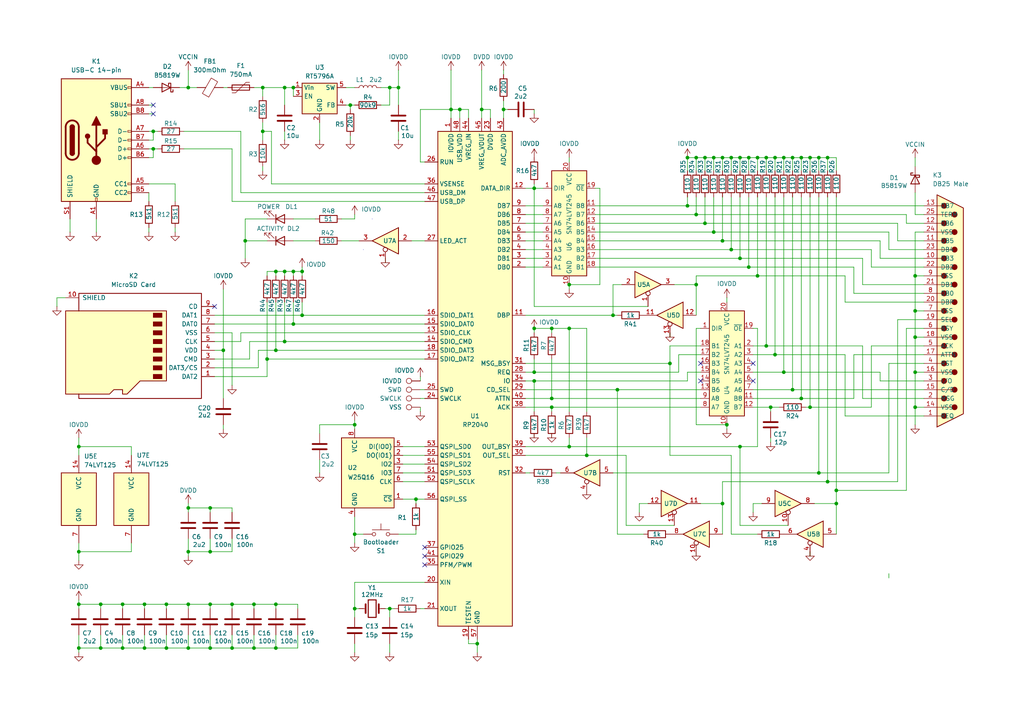
<source format=kicad_sch>
(kicad_sch (version 20231120) (generator "eeschema") (generator_version "8.0")
  (paper "A4")
  (title_block (title "SCSIknife Pocket OSHW") (date "2024-12-25") (rev "A") (company "©2024 Antoine Bercovici") (comment 1 "CERN Open Source Hardware Licence Version 2 - Strongly Reciprocal") (comment 2 "SCSIknife Pocket is a ZuluSCSI(TM) Pico OSHW derivative"))
  (junction (at 115.57 25.4))
  (junction (at 234.95 118.11))
  (junction (at 154.94 95.25))
  (junction (at 224.79 102.87))
  (junction (at 204.47 45.72))
  (junction (at 265.43 80.01))
  (junction (at 102.87 154.94))
  (junction (at 217.17 45.72))
  (junction (at 214.63 129.54))
  (junction (at 54.61 25.4))
  (junction (at 29.21 187.96))
  (junction (at 227.33 45.72))
  (junction (at 237.49 45.72))
  (junction (at 82.55 99.06))
  (junction (at 201.93 45.72))
  (junction (at 240.03 139.7))
  (junction (at 73.66 187.96))
  (junction (at 234.95 45.72))
  (junction (at 160.02 95.25))
  (junction (at 139.7 31.75))
  (junction (at 207.01 45.72))
  (junction (at 130.81 31.75))
  (junction (at 212.09 72.39))
  (junction (at 77.47 104.14))
  (junction (at 154.94 110.49))
  (junction (at 224.79 45.72))
  (junction (at 222.25 100.33))
  (junction (at 67.31 187.96))
  (junction (at 82.55 25.4))
  (junction (at 219.71 80.01))
  (junction (at 85.09 78.74))
  (junction (at 165.1 95.25))
  (junction (at 146.05 31.75))
  (junction (at 217.17 77.47))
  (junction (at 179.07 113.03))
  (junction (at 80.01 187.96))
  (junction (at 113.03 176.53))
  (junction (at 54.61 175.26))
  (junction (at 120.65 144.78))
  (junction (at 22.86 129.54))
  (junction (at 229.87 45.72))
  (junction (at 265.43 107.95))
  (junction (at 265.43 97.79))
  (junction (at 85.09 25.4))
  (junction (at 227.33 107.95))
  (junction (at 204.47 64.77))
  (junction (at 64.77 101.6))
  (junction (at 41.91 187.96))
  (junction (at 22.86 160.02))
  (junction (at 60.96 187.96))
  (junction (at 209.55 45.72))
  (junction (at 133.35 31.75))
  (junction (at 199.39 59.69))
  (junction (at 102.87 176.53))
  (junction (at 265.43 90.17))
  (junction (at 242.57 146.05))
  (junction (at 194.31 105.41))
  (junction (at 170.18 132.08))
  (junction (at 80.01 175.26))
  (junction (at 210.82 123.19))
  (junction (at 232.41 45.72))
  (junction (at 209.55 69.85))
  (junction (at 29.21 175.26))
  (junction (at 165.1 129.54))
  (junction (at 113.03 25.4))
  (junction (at 160.02 115.57))
  (junction (at 44.45 38.1))
  (junction (at 60.96 160.02))
  (junction (at 154.94 54.61))
  (junction (at 232.41 115.57))
  (junction (at 102.87 123.19))
  (junction (at 76.2 25.4))
  (junction (at 48.26 187.96))
  (junction (at 54.61 187.96))
  (junction (at 76.2 38.1))
  (junction (at 242.57 142.24))
  (junction (at 160.02 118.11))
  (junction (at 138.43 186.69))
  (junction (at 80.01 78.74))
  (junction (at 41.91 175.26))
  (junction (at 219.71 45.72))
  (junction (at 222.25 45.72))
  (junction (at 223.52 118.11))
  (junction (at 73.66 175.26))
  (junction (at 212.09 45.72))
  (junction (at 67.31 175.26))
  (junction (at 82.55 78.74))
  (junction (at 199.39 45.72))
  (junction (at 214.63 45.72))
  (junction (at 207.01 67.31))
  (junction (at 177.8 91.44))
  (junction (at 22.86 187.96))
  (junction (at 60.96 175.26))
  (junction (at 54.61 147.32))
  (junction (at 101.6 30.48))
  (junction (at 214.63 74.93))
  (junction (at 154.94 107.95))
  (junction (at 48.26 175.26))
  (junction (at 35.56 187.96))
  (junction (at 71.12 69.85))
  (junction (at 22.86 175.26))
  (junction (at 60.96 147.32))
  (junction (at 165.1 82.55))
  (junction (at 201.93 62.23))
  (junction (at 237.49 137.16))
  (junction (at 240.03 45.72))
  (junction (at 80.01 101.6))
  (junction (at 209.55 146.05))
  (junction (at 201.93 82.55))
  (junction (at 44.45 43.18))
  (junction (at 85.09 93.98))
  (junction (at 229.87 113.03))
  (junction (at 35.56 175.26))
  (junction (at 265.43 118.11))
  (junction (at 54.61 160.02))
  (junction (at 87.63 91.44))
  (junction (at 87.63 78.74))
  (no_connect (at 203.2 105.41))
  (no_connect (at 203.2 110.49))
  (no_connect (at 123.19 161.29))
  (no_connect (at 62.23 88.9))
  (no_connect (at 218.44 110.49))
  (no_connect (at 218.44 105.41))
  (no_connect (at 123.19 158.75))
  (no_connect (at 44.45 33.02))
  (no_connect (at 44.45 30.48))
  (no_connect (at 123.19 163.83))
  (wire (pts (xy 267.97 115.57) (xy 250.19 115.57)))
  (wire (pts (xy 265.43 80.01) (xy 267.97 80.01)))
  (wire (pts (xy 62.23 96.52) (xy 67.31 96.52)))
  (wire (pts (xy 194.31 100.33) (xy 203.2 100.33)))
  (wire (pts (xy 22.86 175.26) (xy 29.21 175.26)))
  (wire (pts (xy 22.86 129.54) (xy 22.86 132.08)))
  (wire (pts (xy 67.31 147.32) (xy 67.31 148.59)))
  (wire (pts (xy 22.86 184.15) (xy 22.86 187.96)))
  (wire (pts (xy 242.57 45.72) (xy 242.57 49.53)))
  (wire (pts (xy 152.4 74.93) (xy 157.48 74.93)))
  (wire (pts (xy 265.43 107.95) (xy 267.97 107.95)))
  (wire (pts (xy 29.21 175.26) (xy 35.56 175.26)))
  (wire (pts (xy 234.95 118.11) (xy 252.73 118.11)))
  (wire (pts (xy 80.01 87.63) (xy 80.01 101.6)))
  (wire (pts (xy 43.18 25.4) (xy 44.45 25.4)))
  (wire (pts (xy 43.18 43.18) (xy 44.45 43.18)))
  (wire (pts (xy 100.33 25.4) (xy 102.87 25.4)))
  (wire (pts (xy 82.55 38.1) (xy 82.55 40.64)))
  (wire (pts (xy 60.96 175.26) (xy 60.96 176.53)))
  (wire (pts (xy 152.4 64.77) (xy 157.48 64.77)))
  (wire (pts (xy 152.4 54.61) (xy 154.94 54.61)))
  (wire (pts (xy 172.72 67.31) (xy 207.01 67.31)))
  (wire (pts (xy 116.84 137.16) (xy 123.19 137.16)))
  (wire (pts (xy 146.05 31.75) (xy 147.32 31.75)))
  (wire (pts (xy 267.97 105.41) (xy 257.81 105.41)))
  (wire (pts (xy 245.11 87.63) (xy 267.97 87.63)))
  (wire (pts (xy 201.93 80.01) (xy 219.71 80.01)))
  (wire (pts (xy 121.92 118.11) (xy 121.92 119.38)))
  (wire (pts (xy 265.43 55.88) (xy 265.43 62.23)))
  (wire (pts (xy 50.8 66.04) (xy 50.8 67.31)))
  (wire (pts (xy 173.99 54.61) (xy 173.99 82.55)))
  (wire (pts (xy 154.94 31.75) (xy 154.94 33.02)))
  (wire (pts (xy 116.84 132.08) (xy 123.19 132.08)))
  (wire (pts (xy 152.4 67.31) (xy 157.48 67.31)))
  (wire (pts (xy 64.77 123.19) (xy 64.77 124.46)))
  (wire (pts (xy 100.33 30.48) (xy 101.6 30.48)))
  (wire (pts (xy 67.31 184.15) (xy 67.31 187.96)))
  (wire (pts (xy 210.82 86.36) (xy 210.82 87.63)))
  (wire (pts (xy 160.02 95.25) (xy 165.1 95.25)))
  (wire (pts (xy 209.55 69.85) (xy 255.27 69.85)))
  (wire (pts (xy 199.39 107.95) (xy 203.2 107.95)))
  (wire (pts (xy 227.33 57.15) (xy 227.33 107.95)))
  (wire (pts (xy 102.87 176.53) (xy 102.87 179.07)))
  (wire (pts (xy 43.18 45.72) (xy 44.45 45.72)))
  (wire (pts (xy 214.63 45.72) (xy 217.17 45.72)))
  (wire (pts (xy 265.43 97.79) (xy 267.97 97.79)))
  (wire (pts (xy 218.44 102.87) (xy 224.79 102.87)))
  (wire (pts (xy 102.87 168.91) (xy 102.87 176.53)))
  (wire (pts (xy 138.43 185.42) (xy 138.43 186.69)))
  (wire (pts (xy 69.85 38.1) (xy 69.85 55.88)))
  (wire (pts (xy 170.18 119.38) (xy 170.18 95.25)))
  (wire (pts (xy 54.61 146.05) (xy 54.61 147.32)))
  (wire (pts (xy 120.65 144.78) (xy 123.19 144.78)))
  (wire (pts (xy 212.09 45.72) (xy 214.63 45.72)))
  (wire (pts (xy 201.93 57.15) (xy 201.93 62.23)))
  (wire (pts (xy 121.92 113.03) (xy 123.19 113.03)))
  (wire (pts (xy 218.44 95.25) (xy 219.71 95.25)))
  (wire (pts (xy 214.63 45.72) (xy 214.63 49.53)))
  (wire (pts (xy 265.43 62.23) (xy 267.97 62.23)))
  (wire (pts (xy 242.57 57.15) (xy 242.57 142.24)))
  (wire (pts (xy 152.4 137.16) (xy 153.67 137.16)))
  (wire (pts (xy 82.55 78.74) (xy 82.55 80.01)))
  (wire (pts (xy 257.81 67.31) (xy 257.81 72.39)))
  (wire (pts (xy 247.65 85.09) (xy 267.97 85.09)))
  (wire (pts (xy 85.09 87.63) (xy 85.09 93.98)))
  (wire (pts (xy 64.77 101.6) (xy 64.77 115.57)))
  (wire (pts (xy 229.87 113.03) (xy 267.97 113.03)))
  (wire (pts (xy 255.27 110.49) (xy 255.27 107.95)))
  (wire (pts (xy 199.39 59.69) (xy 267.97 59.69)))
  (wire (pts (xy 204.47 57.15) (xy 204.47 64.77)))
  (wire (pts (xy 217.17 45.72) (xy 219.71 45.72)))
  (wire (pts (xy 35.56 184.15) (xy 35.56 187.96)))
  (wire (pts (xy 38.1 132.08) (xy 38.1 129.54)))
  (wire (pts (xy 219.71 95.25) (xy 219.71 129.54)))
  (wire (pts (xy 154.94 104.14) (xy 154.94 107.95)))
  (wire (pts (xy 204.47 45.72) (xy 204.47 49.53)))
  (wire (pts (xy 121.92 109.22) (xy 121.92 110.49)))
  (wire (pts (xy 154.94 95.25) (xy 160.02 95.25)))
  (wire (pts (xy 119.38 69.85) (xy 123.19 69.85)))
  (wire (pts (xy 223.52 118.11) (xy 226.06 118.11)))
  (wire (pts (xy 116.84 129.54) (xy 123.19 129.54)))
  (wire (pts (xy 265.43 90.17) (xy 267.97 90.17)))
  (wire (pts (xy 181.61 152.4) (xy 181.61 132.08)))
  (wire (pts (xy 217.17 57.15) (xy 217.17 77.47)))
  (wire (pts (xy 22.86 175.26) (xy 22.86 176.53)))
  (wire (pts (xy 160.02 118.11) (xy 203.2 118.11)))
  (wire (pts (xy 203.2 146.05) (xy 209.55 146.05)))
  (wire (pts (xy 60.96 187.96) (xy 67.31 187.96)))
  (wire (pts (xy 22.86 160.02) (xy 22.86 162.56)))
  (wire (pts (xy 242.57 142.24) (xy 262.89 142.24)))
  (wire (pts (xy 199.39 57.15) (xy 199.39 59.69)))
  (wire (pts (xy 242.57 146.05) (xy 242.57 142.24)))
  (wire (pts (xy 121.92 46.99) (xy 123.19 46.99)))
  (wire (pts (xy 218.44 118.11) (xy 223.52 118.11)))
  (wire (pts (xy 80.01 175.26) (xy 86.36 175.26)))
  (wire (pts (xy 69.85 55.88) (xy 123.19 55.88)))
  (wire (pts (xy 172.72 54.61) (xy 173.99 54.61)))
  (wire (pts (xy 232.41 45.72) (xy 234.95 45.72)))
  (wire (pts (xy 67.31 175.26) (xy 67.31 176.53)))
  (wire (pts (xy 110.49 30.48) (xy 113.03 30.48)))
  (wire (pts (xy 77.47 78.74) (xy 80.01 78.74)))
  (wire (pts (xy 35.56 187.96) (xy 41.91 187.96)))
  (wire (pts (xy 247.65 77.47) (xy 247.65 85.09)))
  (wire (pts (xy 16.51 86.36) (xy 16.51 88.9)))
  (wire (pts (xy 207.01 45.72) (xy 209.55 45.72)))
  (wire (pts (xy 201.93 123.19) (xy 210.82 123.19)))
  (wire (pts (xy 152.4 113.03) (xy 179.07 113.03)))
  (wire (pts (xy 62.23 99.06) (xy 69.85 99.06)))
  (wire (pts (xy 209.55 139.7) (xy 209.55 146.05)))
  (wire (pts (xy 113.03 186.69) (xy 113.03 189.23)))
  (wire (pts (xy 54.61 175.26) (xy 54.61 176.53)))
  (wire (pts (xy 201.93 80.01) (xy 201.93 82.55)))
  (wire (pts (xy 210.82 124.46) (xy 210.82 123.19)))
  (wire (pts (xy 152.4 72.39) (xy 157.48 72.39)))
  (wire (pts (xy 72.39 99.06) (xy 72.39 104.14)))
  (wire (pts (xy 53.34 43.18) (xy 67.31 43.18)))
  (wire (pts (xy 41.91 175.26) (xy 48.26 175.26)))
  (wire (pts (xy 240.03 139.7) (xy 260.35 139.7)))
  (wire (pts (xy 64.77 83.82) (xy 64.77 101.6)))
  (wire (pts (xy 67.31 156.21) (xy 67.31 160.02)))
  (wire (pts (xy 85.09 78.74) (xy 87.63 78.74)))
  (wire (pts (xy 172.72 74.93) (xy 214.63 74.93)))
  (wire (pts (xy 219.71 45.72) (xy 219.71 49.53)))
  (wire (pts (xy 62.23 101.6) (xy 64.77 101.6)))
  (wire (pts (xy 252.73 72.39) (xy 252.73 77.47)))
  (wire (pts (xy 194.31 105.41) (xy 194.31 100.33)))
  (wire (pts (xy 67.31 58.42) (xy 123.19 58.42)))
  (wire (pts (xy 196.85 107.95) (xy 196.85 102.87)))
  (wire (pts (xy 54.61 175.26) (xy 60.96 175.26)))
  (wire (pts (xy 262.89 95.25) (xy 262.89 142.24)))
  (wire (pts (xy 152.4 105.41) (xy 194.31 105.41)))
  (wire (pts (xy 22.86 157.48) (xy 22.86 160.02)))
  (wire (pts (xy 203.2 95.25) (xy 201.93 95.25)))
  (wire (pts (xy 227.33 107.95) (xy 255.27 107.95)))
  (wire (pts (xy 227.33 45.72) (xy 229.87 45.72)))
  (wire (pts (xy 152.4 129.54) (xy 165.1 129.54)))
  (wire (pts (xy 85.09 93.98) (xy 123.19 93.98)))
  (wire (pts (xy 62.23 91.44) (xy 87.63 91.44)))
  (wire (pts (xy 22.86 160.02) (xy 38.1 160.02)))
  (wire (pts (xy 92.71 35.56) (xy 92.71 40.64)))
  (wire (pts (xy 85.09 69.85) (xy 91.44 69.85)))
  (wire (pts (xy 139.7 31.75) (xy 142.24 31.75)))
  (wire (pts (xy 212.09 132.08) (xy 194.31 132.08)))
  (wire (pts (xy 250.19 115.57) (xy 250.19 100.33)))
  (wire (pts (xy 133.35 31.75) (xy 135.89 31.75)))
  (wire (pts (xy 201.93 161.29) (xy 201.93 160.02)))
  (wire (pts (xy 224.79 57.15) (xy 224.79 102.87)))
  (wire (pts (xy 120.65 153.67) (xy 120.65 154.94)))
  (wire (pts (xy 123.19 96.52) (xy 69.85 96.52)))
  (wire (pts (xy 265.43 118.11) (xy 267.97 118.11)))
  (wire (pts (xy 265.43 90.17) (xy 265.43 97.79)))
  (wire (pts (xy 267.97 95.25) (xy 262.89 95.25)))
  (wire (pts (xy 121.92 31.75) (xy 121.92 46.99)))
  (wire (pts (xy 101.6 30.48) (xy 102.87 30.48)))
  (wire (pts (xy 154.94 95.25) (xy 154.94 96.52)))
  (wire (pts (xy 130.81 31.75) (xy 133.35 31.75)))
  (wire (pts (xy 185.42 146.05) (xy 185.42 148.59)))
  (wire (pts (xy 113.03 25.4) (xy 113.03 30.48)))
  (wire (pts (xy 80.01 78.74) (xy 80.01 80.01)))
  (wire (pts (xy 80.01 184.15) (xy 80.01 187.96)))
  (wire (pts (xy 234.95 45.72) (xy 237.49 45.72)))
  (wire (pts (xy 237.49 57.15) (xy 237.49 137.16)))
  (wire (pts (xy 179.07 113.03) (xy 179.07 154.94)))
  (wire (pts (xy 102.87 149.86) (xy 102.87 154.94)))
  (wire (pts (xy 92.71 133.35) (xy 92.71 137.16)))
  (wire (pts (xy 73.66 175.26) (xy 80.01 175.26)))
  (wire (pts (xy 165.1 45.72) (xy 165.1 46.99)))
  (wire (pts (xy 54.61 184.15) (xy 54.61 187.96)))
  (wire (pts (xy 80.01 187.96) (xy 86.36 187.96)))
  (wire (pts (xy 224.79 102.87) (xy 245.11 102.87)))
  (wire (pts (xy 222.25 100.33) (xy 250.19 100.33)))
  (wire (pts (xy 146.05 20.32) (xy 146.05 21.59)))
  (wire (pts (xy 177.8 82.55) (xy 177.8 91.44)))
  (wire (pts (xy 111.76 176.53) (xy 113.03 176.53)))
  (wire (pts (xy 86.36 184.15) (xy 86.36 187.96)))
  (wire (pts (xy 265.43 107.95) (xy 265.43 118.11)))
  (wire (pts (xy 78.74 38.1) (xy 76.2 38.1)))
  (wire (pts (xy 76.2 25.4) (xy 82.55 25.4)))
  (wire (pts (xy 115.57 154.94) (xy 120.65 154.94)))
  (wire (pts (xy 218.44 115.57) (xy 232.41 115.57)))
  (wire (pts (xy 234.95 160.02) (xy 234.95 161.29)))
  (wire (pts (xy 22.86 187.96) (xy 22.86 189.23)))
  (wire (pts (xy 99.06 69.85) (xy 104.14 69.85)))
  (wire (pts (xy 48.26 184.15) (xy 48.26 187.96)))
  (wire (pts (xy 135.89 186.69) (xy 138.43 186.69)))
  (wire (pts (xy 214.63 129.54) (xy 219.71 129.54)))
  (wire (pts (xy 54.61 25.4) (xy 57.15 25.4)))
  (wire (pts (xy 76.2 48.26) (xy 76.2 49.53)))
  (wire (pts (xy 80.01 101.6) (xy 74.93 101.6)))
  (wire (pts (xy 121.92 176.53) (xy 123.19 176.53)))
  (wire (pts (xy 177.8 137.16) (xy 237.49 137.16)))
  (wire (pts (xy 207.01 67.31) (xy 257.81 67.31)))
  (wire (pts (xy 227.33 45.72) (xy 227.33 49.53)))
  (wire (pts (xy 265.43 118.11) (xy 265.43 123.19)))
  (wire (pts (xy 201.93 95.25) (xy 201.93 123.19)))
  (wire (pts (xy 130.81 31.75) (xy 130.81 34.29)))
  (wire (pts (xy 82.55 87.63) (xy 82.55 99.06)))
  (wire (pts (xy 152.4 59.69) (xy 157.48 59.69)))
  (wire (pts (xy 201.93 45.72) (xy 201.93 49.53)))
  (wire (pts (xy 245.11 120.65) (xy 245.11 102.87)))
  (wire (pts (xy 43.18 30.48) (xy 44.45 30.48)))
  (wire (pts (xy 80.01 78.74) (xy 82.55 78.74)))
  (wire (pts (xy 219.71 80.01) (xy 245.11 80.01)))
  (wire (pts (xy 152.4 69.85) (xy 157.48 69.85)))
  (wire (pts (xy 102.87 123.19) (xy 102.87 124.46)))
  (wire (pts (xy 87.63 91.44) (xy 123.19 91.44)))
  (wire (pts (xy 219.71 45.72) (xy 222.25 45.72)))
  (wire (pts (xy 123.19 99.06) (xy 82.55 99.06)))
  (wire (pts (xy 229.87 45.72) (xy 232.41 45.72)))
  (wire (pts (xy 229.87 57.15) (xy 229.87 113.03)))
  (wire (pts (xy 152.4 118.11) (xy 160.02 118.11)))
  (wire (pts (xy 133.35 31.75) (xy 133.35 34.29)))
  (wire (pts (xy 52.07 25.4) (xy 54.61 25.4)))
  (wire (pts (xy 255.27 74.93) (xy 267.97 74.93)))
  (wire (pts (xy 44.45 43.18) (xy 44.45 45.72)))
  (wire (pts (xy 222.25 57.15) (xy 222.25 100.33)))
  (wire (pts (xy 194.31 97.79) (xy 194.31 96.52)))
  (wire (pts (xy 237.49 45.72) (xy 240.03 45.72)))
  (wire (pts (xy 152.4 115.57) (xy 160.02 115.57)))
  (wire (pts (xy 267.97 100.33) (xy 252.73 100.33)))
  (wire (pts (xy 62.23 109.22) (xy 77.47 109.22)))
  (wire (pts (xy 237.49 45.72) (xy 237.49 49.53)))
  (wire (pts (xy 101.6 30.48) (xy 101.6 31.75)))
  (wire (pts (xy 240.03 45.72) (xy 242.57 45.72)))
  (wire (pts (xy 54.61 147.32) (xy 60.96 147.32)))
  (wire (pts (xy 92.71 123.19) (xy 92.71 125.73)))
  (wire (pts (xy 199.39 45.72) (xy 201.93 45.72)))
  (wire (pts (xy 77.47 87.63) (xy 77.47 104.14)))
  (wire (pts (xy 43.18 66.04) (xy 43.18 67.31)))
  (wire (pts (xy 199.39 110.49) (xy 199.39 107.95)))
  (wire (pts (xy 218.44 113.03) (xy 229.87 113.03)))
  (wire (pts (xy 62.23 106.68) (xy 74.93 106.68)))
  (wire (pts (xy 247.65 102.87) (xy 247.65 115.57)))
  (wire (pts (xy 60.96 156.21) (xy 60.96 160.02)))
  (wire (pts (xy 195.58 82.55) (xy 201.93 82.55)))
  (wire (pts (xy 217.17 77.47) (xy 247.65 77.47)))
  (wire (pts (xy 154.94 127) (xy 154.94 125.73)))
  (wire (pts (xy 160.02 96.52) (xy 160.02 95.25)))
  (wire (pts (xy 237.49 137.16) (xy 257.81 137.16)))
  (wire (pts (xy 73.66 187.96) (xy 80.01 187.96)))
  (wire (pts (xy 180.34 82.55) (xy 177.8 82.55)))
  (wire (pts (xy 234.95 57.15) (xy 234.95 118.11)))
  (wire (pts (xy 222.25 45.72) (xy 224.79 45.72)))
  (wire (pts (xy 234.95 45.72) (xy 234.95 49.53)))
  (wire (pts (xy 252.73 77.47) (xy 267.97 77.47)))
  (wire (pts (xy 113.03 25.4) (xy 115.57 25.4)))
  (wire (pts (xy 154.94 110.49) (xy 154.94 119.38)))
  (wire (pts (xy 101.6 39.37) (xy 101.6 40.64)))
  (wire (pts (xy 77.47 80.01) (xy 77.47 78.74)))
  (wire (pts (xy 85.09 25.4) (xy 85.09 27.94)))
  (wire (pts (xy 43.18 38.1) (xy 44.45 38.1)))
  (wire (pts (xy 224.79 45.72) (xy 224.79 49.53)))
  (wire (pts (xy 111.76 76.2) (xy 111.76 74.93)))
  (wire (pts (xy 233.68 118.11) (xy 234.95 118.11)))
  (wire (pts (xy 78.74 38.1) (xy 78.74 53.34)))
  (wire (pts (xy 71.12 69.85) (xy 77.47 69.85)))
  (wire (pts (xy 228.6 152.4) (xy 214.63 152.4)))
  (wire (pts (xy 69.85 96.52) (xy 69.85 99.06)))
  (wire (pts (xy 120.65 144.78) (xy 120.65 146.05)))
  (wire (pts (xy 152.4 77.47) (xy 157.48 77.47)))
  (wire (pts (xy 165.1 127) (xy 165.1 129.54)))
  (wire (pts (xy 219.71 154.94) (xy 212.09 154.94)))
  (wire (pts (xy 102.87 62.23) (xy 102.87 63.5)))
  (wire (pts (xy 250.19 74.93) (xy 250.19 82.55)))
  (wire (pts (xy 201.93 82.55) (xy 201.93 91.44)))
  (wire (pts (xy 219.71 80.01) (xy 219.71 57.15)))
  (wire (pts (xy 115.57 20.32) (xy 115.57 25.4)))
  (wire (pts (xy 212.09 45.72) (xy 212.09 49.53)))
  (wire (pts (xy 102.87 121.92) (xy 102.87 123.19)))
  (wire (pts (xy 64.77 25.4) (xy 66.04 25.4)))
  (wire (pts (xy 267.97 110.49) (xy 255.27 110.49)))
  (wire (pts (xy 87.63 78.74) (xy 87.63 80.01)))
  (wire (pts (xy 38.1 157.48) (xy 38.1 160.02)))
  (wire (pts (xy 135.89 31.75) (xy 135.89 34.29)))
  (wire (pts (xy 139.7 31.75) (xy 139.7 34.29)))
  (wire (pts (xy 165.1 82.55) (xy 165.1 83.82)))
  (wire (pts (xy 85.09 78.74) (xy 85.09 80.01)))
  (wire (pts (xy 53.34 38.1) (xy 69.85 38.1)))
  (wire (pts (xy 67.31 187.96) (xy 73.66 187.96)))
  (wire (pts (xy 77.47 104.14) (xy 77.47 109.22)))
  (wire (pts (xy 102.87 168.91) (xy 123.19 168.91)))
  (wire (pts (xy 212.09 72.39) (xy 252.73 72.39)))
  (wire (pts (xy 201.93 62.23) (xy 262.89 62.23)))
  (wire (pts (xy 177.8 91.44) (xy 179.07 91.44)))
  (wire (pts (xy 41.91 175.26) (xy 41.91 176.53)))
  (wire (pts (xy 48.26 175.26) (xy 48.26 176.53)))
  (wire (pts (xy 232.41 115.57) (xy 247.65 115.57)))
  (wire (pts (xy 154.94 54.61) (xy 157.48 54.61)))
  (wire (pts (xy 172.72 62.23) (xy 201.93 62.23)))
  (wire (pts (xy 67.31 96.52) (xy 67.31 111.76)))
  (wire (pts (xy 209.55 45.72) (xy 212.09 45.72)))
  (wire (pts (xy 54.61 160.02) (xy 54.61 161.29)))
  (wire (pts (xy 22.86 173.99) (xy 22.86 175.26)))
  (wire (pts (xy 73.66 175.26) (xy 73.66 176.53)))
  (wire (pts (xy 54.61 20.32) (xy 54.61 25.4)))
  (wire (pts (xy 44.45 38.1) (xy 44.45 40.64)))
  (wire (pts (xy 201.93 45.72) (xy 204.47 45.72)))
  (wire (pts (xy 139.7 20.32) (xy 139.7 31.75)))
  (wire (pts (xy 48.26 175.26) (xy 54.61 175.26)))
  (wire (pts (xy 86.36 175.26) (xy 86.36 176.53)))
  (wire (pts (xy 170.18 127) (xy 170.18 132.08)))
  (wire (pts (xy 187.96 146.05) (xy 185.42 146.05)))
  (wire (pts (xy 78.74 53.34) (xy 123.19 53.34)))
  (wire (pts (xy 194.31 105.41) (xy 194.31 132.08)))
  (wire (pts (xy 87.63 87.63) (xy 87.63 91.44)))
  (wire (pts (xy 160.02 127) (xy 160.02 125.73)))
  (wire (pts (xy 152.4 132.08) (xy 170.18 132.08)))
  (wire (pts (xy 154.94 88.9) (xy 187.96 88.9)))
  (wire (pts (xy 146.05 29.21) (xy 146.05 31.75)))
  (wire (pts (xy 82.55 25.4) (xy 85.09 25.4)))
  (wire (pts (xy 43.18 33.02) (xy 44.45 33.02)))
  (wire (pts (xy 154.94 88.9) (xy 154.94 54.61)))
  (wire (pts (xy 44.45 43.18) (xy 45.72 43.18)))
  (wire (pts (xy 152.4 91.44) (xy 177.8 91.44)))
  (wire (pts (xy 265.43 80.01) (xy 265.43 90.17)))
  (wire (pts (xy 82.55 78.74) (xy 85.09 78.74)))
  (wire (pts (xy 260.35 69.85) (xy 267.97 69.85)))
  (wire (pts (xy 240.03 45.72) (xy 240.03 49.53)))
  (wire (pts (xy 207.01 57.15) (xy 207.01 67.31)))
  (wire (pts (xy 73.66 184.15) (xy 73.66 187.96)))
  (wire (pts (xy 22.86 127) (xy 22.86 129.54)))
  (wire (pts (xy 154.94 107.95) (xy 196.85 107.95)))
  (wire (pts (xy 110.49 25.4) (xy 113.03 25.4)))
  (wire (pts (xy 257.81 72.39) (xy 267.97 72.39)))
  (wire (pts (xy 196.85 102.87) (xy 203.2 102.87)))
  (wire (pts (xy 35.56 175.26) (xy 41.91 175.26)))
  (wire (pts (xy 60.96 187.96) (xy 54.61 187.96)))
  (wire (pts (xy 82.55 25.4) (xy 82.55 30.48)))
  (wire (pts (xy 172.72 64.77) (xy 204.47 64.77)))
  (wire (pts (xy 113.03 176.53) (xy 114.3 176.53)))
  (wire (pts (xy 29.21 184.15) (xy 29.21 187.96)))
  (wire (pts (xy 154.94 110.49) (xy 199.39 110.49)))
  (wire (pts (xy 224.79 45.72) (xy 227.33 45.72)))
  (wire (pts (xy 146.05 31.75) (xy 146.05 34.29)))
  (wire (pts (xy 245.11 80.01) (xy 245.11 87.63)))
  (wire (pts (xy 67.31 43.18) (xy 67.31 58.42)))
  (wire (pts (xy 186.69 154.94) (xy 179.07 154.94)))
  (wire (pts (xy 160.02 115.57) (xy 203.2 115.57)))
  (wire (pts (xy 223.52 127) (xy 223.52 128.27)))
  (wire (pts (xy 265.43 45.72) (xy 265.43 48.26)))
  (wire (pts (xy 123.19 104.14) (xy 77.47 104.14)))
  (wire (pts (xy 165.1 82.55) (xy 173.99 82.55)))
  (wire (pts (xy 204.47 64.77) (xy 260.35 64.77)))
  (wire (pts (xy 209.55 146.05) (xy 209.55 154.94)))
  (wire (pts (xy 19.05 86.36) (xy 16.51 86.36)))
  (wire (pts (xy 267.97 92.71) (xy 260.35 92.71)))
  (wire (pts (xy 255.27 69.85) (xy 255.27 74.93)))
  (wire (pts (xy 250.19 82.55) (xy 267.97 82.55)))
  (wire (pts (xy 115.57 38.1) (xy 115.57 40.64)))
  (wire (pts (xy 44.45 38.1) (xy 45.72 38.1)))
  (wire (pts (xy 217.17 45.72) (xy 217.17 49.53)))
  (wire (pts (xy 165.1 95.25) (xy 170.18 95.25)))
  (wire (pts (xy 240.03 139.7) (xy 209.55 139.7)))
  (wire (pts (xy 48.26 187.96) (xy 54.61 187.96)))
  (wire (pts (xy 242.57 146.05) (xy 242.57 154.94)))
  (wire (pts (xy 43.18 55.88) (xy 43.18 58.42)))
  (wire (pts (xy 41.91 187.96) (xy 48.26 187.96)))
  (wire (pts (xy 82.55 99.06) (xy 72.39 99.06)))
  (wire (pts (xy 27.94 63.5) (xy 27.94 67.31)))
  (wire (pts (xy 43.18 53.34) (xy 50.8 53.34)))
  (wire (pts (xy 222.25 45.72) (xy 222.25 49.53)))
  (wire (pts (xy 240.03 57.15) (xy 240.03 139.7)))
  (wire (pts (xy 73.66 25.4) (xy 76.2 25.4)))
  (wire (pts (xy 172.72 69.85) (xy 209.55 69.85)))
  (wire (pts (xy 62.23 104.14) (xy 72.39 104.14)))
  (wire (pts (xy 60.96 147.32) (xy 60.96 148.59)))
  (wire (pts (xy 170.18 132.08) (xy 181.61 132.08)))
  (wire (pts (xy 172.72 77.47) (xy 217.17 77.47)))
  (wire (pts (xy 71.12 69.85) (xy 71.12 74.93)))
  (wire (pts (xy 29.21 187.96) (xy 35.56 187.96)))
  (wire (pts (xy 236.22 146.05) (xy 242.57 146.05)))
  (wire (pts (xy 152.4 107.95) (xy 154.94 107.95)))
  (wire (pts (xy 115.57 25.4) (xy 115.57 30.48)))
  (wire (pts (xy 212.09 57.15) (xy 212.09 72.39)))
  (wire (pts (xy 267.97 120.65) (xy 245.11 120.65)))
  (wire (pts (xy 80.01 176.53) (xy 80.01 175.26)))
  (wire (pts (xy 113.03 176.53) (xy 113.03 179.07)))
  (wire (pts (xy 160.02 118.11) (xy 160.02 119.38)))
  (wire (pts (xy 135.89 185.42) (xy 135.89 186.69)))
  (wire (pts (xy 102.87 176.53) (xy 104.14 176.53)))
  (wire (pts (xy 116.84 139.7) (xy 123.19 139.7)))
  (wire (pts (xy 138.43 186.69) (xy 138.43 189.23)))
  (wire (pts (xy 77.47 63.5) (xy 71.12 63.5)))
  (wire (pts (xy 260.35 64.77) (xy 260.35 69.85)))
  (wire (pts (xy 116.84 144.78) (xy 120.65 144.78)))
  (wire (pts (xy 265.43 97.79) (xy 265.43 107.95)))
  (wire (pts (xy 212.09 154.94) (xy 212.09 132.08)))
  (wire (pts (xy 170.18 142.24) (xy 170.18 143.51)))
  (wire (pts (xy 267.97 102.87) (xy 247.65 102.87)))
  (wire (pts (xy 220.98 146.05) (xy 218.44 146.05)))
  (wire (pts (xy 20.32 63.5) (xy 20.32 67.31)))
  (wire (pts (xy 74.93 101.6) (xy 74.93 106.68)))
  (wire (pts (xy 214.63 74.93) (xy 250.19 74.93)))
  (wire (pts (xy 60.96 184.15) (xy 60.96 187.96)))
  (wire (pts (xy 223.52 119.38) (xy 223.52 118.11)))
  (wire (pts (xy 62.23 93.98) (xy 85.09 93.98)))
  (wire (pts (xy 262.89 62.23) (xy 262.89 64.77)))
  (wire (pts (xy 54.61 160.02) (xy 60.96 160.02)))
  (wire (pts (xy 22.86 187.96) (xy 29.21 187.96)))
  (wire (pts (xy 172.72 59.69) (xy 199.39 59.69)))
  (wire (pts (xy 130.81 20.32) (xy 130.81 31.75)))
  (wire (pts (xy 218.44 100.33) (xy 222.25 100.33)))
  (wire (pts (xy 41.91 184.15) (xy 41.91 187.96)))
  (wire (pts (xy 92.71 123.19) (xy 102.87 123.19)))
  (wire (pts (xy 54.61 156.21) (xy 54.61 160.02)))
  (wire (pts (xy 204.47 45.72) (xy 207.01 45.72)))
  (wire (pts (xy 179.07 113.03) (xy 203.2 113.03)))
  (wire (pts (xy 232.41 57.15) (xy 232.41 115.57)))
  (wire (pts (xy 60.96 147.32) (xy 67.31 147.32)))
  (wire (pts (xy 165.1 119.38) (xy 165.1 95.25)))
  (wire (pts (xy 87.63 77.47) (xy 87.63 78.74)))
  (wire (pts (xy 102.87 154.94) (xy 105.41 154.94)))
  (wire (pts (xy 229.87 45.72) (xy 229.87 49.53)))
  (wire (pts (xy 67.31 175.26) (xy 73.66 175.26)))
  (wire (pts (xy 195.58 152.4) (xy 181.61 152.4)))
  (wire (pts (xy 29.21 175.26) (xy 29.21 176.53)))
  (wire (pts (xy 218.44 146.05) (xy 218.44 148.59)))
  (wire (pts (xy 142.24 31.75) (xy 142.24 34.29)))
  (wire (pts (xy 160.02 104.14) (xy 160.02 115.57)))
  (wire (pts (xy 22.86 129.54) (xy 38.1 129.54)))
  (wire (pts (xy 154.94 53.34) (xy 154.94 54.61)))
  (wire (pts (xy 209.55 57.15) (xy 209.55 69.85)))
  (wire (pts (xy 121.92 115.57) (xy 123.19 115.57)))
  (wire (pts (xy 116.84 134.62) (xy 123.19 134.62)))
  (wire (pts (xy 76.2 38.1) (xy 76.2 40.64)))
  (wire (pts (xy 35.56 175.26) (xy 35.56 176.53)))
  (wire (pts (xy 267.97 67.31) (xy 265.43 67.31)))
  (wire (pts (xy 43.18 40.64) (xy 44.45 40.64)))
  (wire (pts (xy 262.89 64.77) (xy 267.97 64.77)))
  (wire (pts (xy 214.63 57.15) (xy 214.63 74.93)))
  (wire (pts (xy 252.73 100.33) (xy 252.73 118.11)))
  (wire (pts (xy 99.06 63.5) (xy 102.87 63.5)))
  (wire (pts (xy 207.01 45.72) (xy 207.01 49.53)))
  (wire (pts (xy 60.96 175.26) (xy 67.31 175.26)))
  (wire (pts (xy 102.87 154.94) (xy 102.87 157.48)))
  (wire (pts (xy 260.35 92.71) (xy 260.35 139.7)))
  (wire (pts (xy 60.96 160.02) (xy 67.31 160.02)))
  (wire (pts (xy 232.41 45.72) (xy 232.41 49.53)))
  (wire (pts (xy 218.44 107.95) (xy 227.33 107.95)))
  (wire (pts (xy 152.4 62.23) (xy 157.48 62.23)))
  (wire (pts (xy 152.4 110.49) (xy 154.94 110.49)))
  (wire (pts (xy 209.55 45.72) (xy 209.55 49.53)))
  (wire (pts (xy 165.1 129.54) (xy 214.63 129.54)))
  (wire (pts (xy 265.43 67.31) (xy 265.43 80.01)))
  (wire (pts (xy 54.61 147.32) (xy 54.61 148.59)))
  (wire (pts (xy 102.87 186.69) (xy 102.87 189.23)))
  (wire (pts (xy 199.39 45.72) (xy 199.39 49.53)))
  (wire (pts (xy 123.19 101.6) (xy 80.01 101.6)))
  (wire (pts (xy 172.72 72.39) (xy 212.09 72.39)))
  (wire (pts (xy 76.2 35.56) (xy 76.2 38.1)))
  (wire (pts (xy 85.09 63.5) (xy 91.44 63.5)))
  (wire (pts (xy 214.63 129.54) (xy 214.63 152.4)))
  (wire (pts (xy 257.81 105.41) (xy 257.81 137.16)))
  (wire (pts (xy 161.29 137.16) (xy 162.56 137.16)))
  (wire (pts (xy 50.8 53.34) (xy 50.8 58.42)))
  (wire (pts (xy 121.92 31.75) (xy 130.81 31.75)))
  (wire (pts (xy 71.12 63.5) (xy 71.12 69.85)))
  (wire (pts (xy 257.81 166.37) (xy 257.81 167.64)))
  (wire (pts (xy 76.2 25.4) (xy 76.2 27.94)))
  (rectangle (start 107.95 63.5) (end 107.95 63.5))
  (rectangle (start 105.41 72.39) (end 105.41 72.39))
  (symbol (lib_id "Device:C") (at 54.61 180.34 0) (unit 1)
    (property "Reference" "C11" (at 55.626 183.642 0) (effects (justify left)))
    (property "Value" "100n" (at 55.88 185.928 0) (effects (justify left)))
    (property "Description" "Unpolarized capacitor" (effects (hide yes)))
  )
  (symbol (lib_id "power:GND") (at 121.92 119.38 0) (unit 1)
    (property "Reference" "#PWR08" (effects (hide yes)))
    (property "Value" "GND" (effects (hide yes)))
    (property "Description" "Power symbol creates a global label with name \"GND\" , ground" (effects (hide yes)))
  )
  (symbol (lib_id "Connector:TestPoint") (at 121.92 113.03 90) (unit 1)
    (property "Reference" "TP2" (effects (hide yes)))
    (property "Value" "SWD" (at 116.586 113.03 90) (effects (justify left)))
    (property "Description" "test point" (effects (hide yes)))
  )
  (symbol (lib_id "Connector:TestPoint") (at 121.92 110.49 90) (unit 1)
    (property "Reference" "TP1" (effects (hide yes)))
    (property "Value" "IOVDD" (at 116.586 110.49 90) (effects (justify left)))
    (property "Description" "test point" (effects (hide yes)))
  )
  (symbol (lib_id "power:GND") (at 165.1 83.82 0) (unit 1)
    (property "Reference" "#PWR027" (effects (hide yes)))
    (property "Value" "GND" (effects (hide yes)))
    (property "Description" "Power symbol creates a global label with name \"GND\" , ground" (effects (hide yes)))
  )
  (symbol (lib_id "Device:C") (at 113.03 182.88 0) (unit 1)
    (property "Reference" "C14" (at 116.078 181.6099 0) (effects (justify left)))
    (property "Value" "15p" (at 116.078 184.15 0) (effects (justify left)))
    (property "Description" "Unpolarized capacitor" (effects (hide yes)))
  )
  (symbol (lib_id "Device:C") (at 54.61 152.4 0) (unit 1)
    (property "Reference" "C6" (at 55.626 155.702 0) (effects (justify left)))
    (property "Value" "2u2" (at 55.88 157.988 0) (effects (justify left)))
    (property "Description" "Unpolarized capacitor" (effects (hide yes)))
  )
  (symbol (lib_id "power:VCC") (at 265.43 45.72 0) (mirror y) (unit 1)
    (property "Reference" "#PWR024" (effects (hide yes)))
    (property "Value" "VCCIN" (at 265.43 41.91 0))
    (property "Description" "Power symbol creates a global label with name \"VCC\"" (effects (hide yes)))
  )
  (symbol (lib_id "Device:R") (at 50.8 62.23 0) (unit 1)
    (property "Reference" "R12" (at 45.466 62.23 0) (effects (justify left)))
    (property "Value" "5k1" (at 50.8 63.754 90) (effects (justify left)))
    (property "Description" "Resistor" (effects (hide yes)))
  )
  (symbol (lib_id "74xx:74LVC125") (at 228.6 146.05 0) (unit 3)
    (property "Reference" "U5" (at 227.584 146.05 0))
    (property "Value" "74LVT125" (effects (hide yes)))
    (property "Datasheet" "http://www.ti.com/lit/gpn/sn74LVC125" (effects (hide yes)))
    (property "Description" "Quad buffer 3-State outputs" (effects (hide yes)))
  )
  (symbol (lib_id "Device:R") (at 207.01 53.34 0) (unit 1)
    (property "Reference" "R32" (at 205.74 50.292 90) (effects (justify left)))
    (property "Value" "110" (at 207.01 55.372 90) (effects (justify left)))
    (property "Description" "Resistor" (effects (hide yes)))
  )
  (symbol (lib_id "power:GND") (at 27.94 67.31 0) (unit 1)
    (property "Reference" "#PWR04" (effects (hide yes)))
    (property "Value" "GND" (effects (hide yes)))
    (property "Description" "Power symbol creates a global label with name \"GND\" , ground" (effects (hide yes)))
  )
  (symbol (lib_id "Connector:TestPoint") (at 121.92 118.11 90) (unit 1)
    (property "Reference" "TP4" (effects (hide yes)))
    (property "Value" "VSS" (at 116.586 118.11 90) (effects (justify left)))
    (property "Description" "test point" (effects (hide yes)))
  )
  (symbol (lib_id "Switch:SW_Push") (at 110.49 154.94 0) (unit 1)
    (property "Reference" "S1" (at 110.49 159.766 0))
    (property "Value" "Bootloader" (at 110.49 157.226 0))
    (property "Description" "Push button switch, generic, two pins" (effects (hide yes)))
  )
  (symbol (lib_id "Device:R") (at 204.47 53.34 0) (unit 1)
    (property "Reference" "R33" (at 203.2 50.292 90) (effects (justify left)))
    (property "Value" "110" (at 204.47 55.372 90) (effects (justify left)))
    (property "Description" "Resistor" (effects (hide yes)))
  )
  (symbol (lib_id "Device:R") (at 229.87 53.34 0) (unit 1)
    (property "Reference" "R22" (at 228.6 50.292 90) (effects (justify left)))
    (property "Value" "110" (at 229.87 55.118 90) (effects (justify left)))
    (property "Description" "Resistor" (effects (hide yes)))
  )
  (symbol (lib_id "power:GND") (at 265.43 123.19 0) (unit 1)
    (property "Reference" "#PWR020" (effects (hide yes)))
    (property "Value" "GND" (effects (hide yes)))
    (property "Description" "Power symbol creates a global label with name \"GND\" , ground" (effects (hide yes)))
  )
  (symbol (lib_id "Device:R") (at 85.09 83.82 180) (unit 1)
    (property "Reference" "R47" (at 83.82 88.646 90))
    (property "Value" "4k7" (at 85.09 83.82 90))
    (property "Description" "Resistor" (effects (hide yes)))
  )
  (symbol (lib_id "Regulator_Switching:ADP2108AUJ-3.3") (at 92.71 27.94 0) (unit 1)
    (property "Reference" "U3" (at 92.71 19.558 0))
    (property "Value" "RT5796A" (at 92.71 22.098 0))
    (property "Footprint" "Package_TO_SOT_SMD:TSOT-23-5" (effects (hide yes)))
    (property "Datasheet" "https://www.analog.com/media/en/technical-documentation/data-sheets/ADP2108.pdf" (effects (hide yes)))
    (property "Description" "3MHz switching bucK regulator, 600mA 3.3V output voltage," (effects (hide yes)))
  )
  (symbol (lib_id "power:GND") (at 92.71 137.16 0) (unit 1)
    (property "Reference" "#PWR029" (effects (hide yes)))
    (property "Value" "GND" (effects (hide yes)))
    (property "Description" "Power symbol creates a global label with name \"GND\" , ground" (effects (hide yes)))
  )
  (symbol (lib_id "Device:Polyfuse") (at 69.85 25.4 90) (unit 1)
    (property "Reference" "F1" (at 69.85 19.05 90))
    (property "Value" "750mA" (at 69.85 21.59 90))
    (property "Description" "Resettable fuse, polymeric positive temperature coefficient" (effects (hide yes)))
  )
  (symbol (lib_id "Device:C") (at 48.26 180.34 0) (unit 1)
    (property "Reference" "C10" (at 49.276 183.642 0) (effects (justify left)))
    (property "Value" "100n" (at 49.53 185.928 0) (effects (justify left)))
    (property "Description" "Unpolarized capacitor" (effects (hide yes)))
  )
  (symbol (lib_id "power:GND") (at 113.03 189.23 0) (unit 1)
    (property "Reference" "#PWR02" (effects (hide yes)))
    (property "Value" "GND" (effects (hide yes)))
    (property "Description" "Power symbol creates a global label with name \"GND\" , ground" (effects (hide yes)))
  )
  (symbol (lib_id "power:GND") (at 102.87 189.23 0) (unit 1)
    (property "Reference" "#PWR01" (effects (hide yes)))
    (property "Value" "GND" (effects (hide yes)))
    (property "Description" "Power symbol creates a global label with name \"GND\" , ground" (effects (hide yes)))
  )
  (symbol (lib_id "Device:R") (at 234.95 53.34 0) (unit 1)
    (property "Reference" "R23" (at 233.68 50.292 90) (effects (justify left)))
    (property "Value" "110" (at 234.95 55.118 90) (effects (justify left)))
    (property "Description" "Resistor" (effects (hide yes)))
  )
  (symbol (lib_id "Device:R") (at 95.25 69.85 90) (unit 1)
    (property "Reference" "R42" (at 94.996 67.564 90))
    (property "Value" "150" (at 95.25 69.85 90))
    (property "Description" "Resistor" (effects (hide yes)))
  )
  (symbol (lib_id "Logic_LevelTranslator:SN74LVC245APW") (at 165.1 64.77 0) (unit 1)
    (property "Reference" "U6" (at 165.1 72.898 90) (effects (justify left)))
    (property "Value" "SN74LVT245" (at 165.1 68.072 90) (effects (justify left)))
    (property "Footprint" "Package_SO:TSSOP-20_4.4x6.5mm_P0.65mm" (effects (hide yes)))
    (property "Datasheet" "https://www.ti.com/lit/ds/scas218x/scas218x.pdf" (effects (hide yes)))
    (property "Description" "8-Bit Single-Supply Bus Transceiver With 5V tolerant input voltage and 3-State Outputs 24mA, TSSOP-20" (effects (hide yes)))
  )
  (symbol (lib_id "Device:C") (at 67.31 180.34 0) (unit 1)
    (property "Reference" "C15" (at 68.326 183.642 0) (effects (justify left)))
    (property "Value" "100n" (at 68.58 185.928 0) (effects (justify left)))
    (property "Description" "Unpolarized capacitor" (effects (hide yes)))
  )
  (symbol (lib_id "power:GND") (at 201.93 160.02 0) (unit 1)
    (property "Reference" "#PWR026" (effects (hide yes)))
    (property "Value" "GND" (effects (hide yes)))
    (property "Description" "Power symbol creates a global label with name \"GND\" , ground" (effects (hide yes)))
  )
  (symbol (lib_id "Connector:Micro_SD_Card") (at 39.37 101.6 180) (unit 1)
    (property "Reference" "K2" (at 38.735 80.01 0))
    (property "Value" "MicroSD Card" (at 38.735 82.55 0))
    (property "Datasheet" "https://www.we-online.com/components/products/datasheet/693072010801.pdf" (effects (hide yes)))
    (property "Description" "Micro SD Card Socket" (effects (hide yes)))
  )
  (symbol (lib_id "Device:C") (at 115.57 34.29 0) (unit 1)
    (property "Reference" "C1" (at 116.078 37.084 0) (effects (justify left)))
    (property "Value" "10u" (at 116.332 39.37 0) (effects (justify left)))
    (property "Description" "Unpolarized capacitor" (effects (hide yes)))
  )
  (symbol (lib_id "Device:FerriteBead") (at 60.96 25.4 90) (unit 1)
    (property "Reference" "FB1" (at 60.9092 17.78 90))
    (property "Value" "300mOhm" (at 60.9092 20.32 90))
    (property "Description" "Ferrite bead" (effects (hide yes)))
  )
  (symbol (lib_id "power:GND") (at 160.02 125.73 0) (unit 1)
    (property "Reference" "#PWR049" (effects (hide yes)))
    (property "Value" "GND" (effects (hide yes)))
    (property "Description" "Power symbol creates a global label with name \"GND\" , ground" (effects (hide yes)))
  )
  (symbol (lib_id "power:GND") (at 71.12 74.93 0) (unit 1)
    (property "Reference" "#PWR038" (effects (hide yes)))
    (property "Value" "GND" (effects (hide yes)))
    (property "Description" "Power symbol creates a global label with name \"GND\" , ground" (effects (hide yes)))
  )
  (symbol (lib_id "power:VCC") (at 154.94 45.72 0) (unit 1)
    (property "Reference" "#PWR046" (effects (hide yes)))
    (property "Value" "IOVDD" (at 153.67 41.656 0))
    (property "Description" "Power symbol creates a global label with name \"VCC\"" (effects (hide yes)))
  )
  (symbol (lib_id "power:VCC") (at 64.77 83.82 0) (unit 1)
    (property "Reference" "#PWR043" (effects (hide yes)))
    (property "Value" "IOVDD" (at 64.77 80.01 0))
    (property "Description" "Power symbol creates a global label with name \"VCC\"" (effects (hide yes)))
  )
  (symbol (lib_id "Device:R") (at 101.6 35.56 180) (unit 1)
    (property "Reference" "R5" (at 98.552 36.068 0))
    (property "Value" "20k" (at 101.6 35.306 90))
    (property "Description" "Resistor" (effects (hide yes)))
  )
  (symbol (lib_id "power:GND") (at 223.52 128.27 0) (unit 1)
    (property "Reference" "#PWR064" (effects (hide yes)))
    (property "Value" "GND" (effects (hide yes)))
    (property "Description" "Power symbol creates a global label with name \"GND\" , ground" (effects (hide yes)))
  )
  (symbol (lib_id "Device:R") (at 165.1 123.19 0) (unit 1)
    (property "Reference" "R6" (at 162.814 124.714 90) (effects (justify left)))
    (property "Value" "4k7" (at 165.1 124.968 90) (effects (justify left)))
    (property "Description" "Resistor" (effects (hide yes)))
  )
  (symbol (lib_id "power:VCC") (at 146.05 20.32 0) (unit 1)
    (property "Reference" "#PWR015" (effects (hide yes)))
    (property "Value" "IOVDD" (at 146.05 16.51 0))
    (property "Description" "Power symbol creates a global label with name \"VCC\"" (effects (hide yes)))
  )
  (symbol (lib_id "power:GND") (at 82.55 40.64 0) (unit 1)
    (property "Reference" "#PWR033" (effects (hide yes)))
    (property "Value" "GND" (effects (hide yes)))
    (property "Description" "Power symbol creates a global label with name \"GND\" , ground" (effects (hide yes)))
  )
  (symbol (lib_id "Device:R") (at 199.39 53.34 0) (unit 1)
    (property "Reference" "R35" (at 198.12 50.292 90) (effects (justify left)))
    (property "Value" "110" (at 199.39 55.372 90) (effects (justify left)))
    (property "Description" "Resistor" (effects (hide yes)))
  )
  (symbol (lib_id "power:GND") (at 22.86 162.56 0) (unit 1)
    (property "Reference" "#PWR017" (effects (hide yes)))
    (property "Value" "GND" (effects (hide yes)))
    (property "Description" "Power symbol creates a global label with name \"GND\" , ground" (effects (hide yes)))
  )
  (symbol (lib_id "power:VCC") (at 210.82 86.36 0) (unit 1)
    (property "Reference" "#PWR065" (effects (hide yes)))
    (property "Value" "IOVDD" (at 210.82 82.296 0))
    (property "Description" "Power symbol creates a global label with name \"VCC\"" (effects (hide yes)))
  )
  (symbol (lib_id "Device:R") (at 87.63 83.82 180) (unit 1)
    (property "Reference" "R46" (at 86.36 88.646 90))
    (property "Value" "4k7" (at 87.63 83.82 90))
    (property "Description" "Resistor" (effects (hide yes)))
  )
  (symbol (lib_id "74xx:74LVC125") (at 38.1 144.78 0) (unit 5)
    (property "Reference" "U7" (at 39.624 132.08 0) (effects (justify left)))
    (property "Value" "74LVT125" (at 39.624 134.62 0) (effects (justify left)))
    (property "Datasheet" "http://www.ti.com/lit/gpn/sn74LVC125" (effects (hide yes)))
    (property "Description" "Quad buffer 3-State outputs" (effects (hide yes)))
  )
  (symbol (lib_id "Device:R") (at 118.11 176.53 270) (unit 1)
    (property "Reference" "R17" (at 118.11 173.99 90))
    (property "Value" "1k" (at 118.11 176.53 90))
    (property "Description" "Resistor" (effects (hide yes)))
  )
  (symbol (lib_id "Device:R") (at 209.55 53.34 0) (unit 1)
    (property "Reference" "R31" (at 208.28 50.292 90) (effects (justify left)))
    (property "Value" "110" (at 209.55 55.372 90) (effects (justify left)))
    (property "Description" "Resistor" (effects (hide yes)))
  )
  (symbol (lib_name "SN74LVC245APW_1") (lib_id "Logic_LevelTranslator:SN74LVC245APW") (at 210.82 105.41 0) (unit 1)
    (property "Reference" "U4" (at 210.82 114.554 90) (effects (justify left)))
    (property "Value" "SN74LVT245" (at 210.82 108.712 90) (effects (justify left)))
    (property "Footprint" "Package_SO:TSSOP-20_4.4x6.5mm_P0.65mm" (effects (hide yes)))
    (property "Datasheet" "https://www.ti.com/lit/ds/scas218x/scas218x.pdf" (effects (hide yes)))
    (property "Description" "8-Bit Single-Supply Bus Transceiver With 5V tolerant input voltage and 3-State Outputs 24mA, TSSOP-20" (effects (hide yes)))
  )
  (symbol (lib_id "Device:R") (at 76.2 31.75 180) (unit 1)
    (property "Reference" "R2" (at 73.406 31.75 0))
    (property "Value" "5k6" (at 76.2 31.75 90))
    (property "Description" "Resistor" (effects (hide yes)))
  )
  (symbol (lib_id "Device:R") (at 227.33 53.34 0) (unit 1)
    (property "Reference" "R21" (at 226.06 50.292 90) (effects (justify left)))
    (property "Value" "110" (at 227.33 55.118 90) (effects (justify left)))
    (property "Description" "Resistor" (effects (hide yes)))
  )
  (symbol (lib_id "Device:R") (at 212.09 53.34 0) (unit 1)
    (property "Reference" "R30" (at 210.82 50.292 90) (effects (justify left)))
    (property "Value" "110" (at 212.09 55.372 90) (effects (justify left)))
    (property "Description" "Resistor" (effects (hide yes)))
  )
  (symbol (lib_id "Device:R") (at 82.55 83.82 180) (unit 1)
    (property "Reference" "R43" (at 81.28 88.646 90))
    (property "Value" "4k7" (at 82.55 83.82 90))
    (property "Description" "Resistor" (effects (hide yes)))
  )
  (symbol (lib_id "Device:R") (at 80.01 83.82 180) (unit 1)
    (property "Reference" "R45" (at 78.74 88.646 90))
    (property "Value" "4k7" (at 80.01 83.82 90))
    (property "Description" "Resistor" (effects (hide yes)))
  )
  (symbol (lib_id "74xx:74LVC125") (at 194.31 91.44 0) (mirror y) (unit 4)
    (property "Reference" "U5" (at 195.326 91.44 0))
    (property "Value" "74LVT125" (effects (hide yes)))
    (property "Datasheet" "http://www.ti.com/lit/gpn/sn74LVC125" (effects (hide yes)))
    (property "Description" "Quad buffer 3-State outputs" (effects (hide yes)))
  )
  (symbol (lib_id "Device:C") (at 86.36 180.34 0) (unit 1)
    (property "Reference" "c19" (at 87.376 183.642 0) (effects (justify left)))
    (property "Value" "100n" (at 87.63 185.928 0) (effects (justify left)))
    (property "Description" "Unpolarized capacitor" (effects (hide yes)))
  )
  (symbol (lib_id "power:VCC") (at 130.81 20.32 0) (unit 1)
    (property "Reference" "#PWR014" (effects (hide yes)))
    (property "Value" "IOVDD" (at 130.81 16.51 0))
    (property "Description" "Power symbol creates a global label with name \"VCC\"" (effects (hide yes)))
  )
  (symbol (lib_id "74xx:74LVC125") (at 187.96 82.55 0) (unit 1)
    (property "Reference" "U5" (at 186.69 82.55 0))
    (property "Value" "74LVT125" (effects (hide yes)))
    (property "Datasheet" "http://www.ti.com/lit/gpn/sn74LVC125" (effects (hide yes)))
    (property "Description" "Quad buffer 3-State outputs" (effects (hide yes)))
  )
  (symbol (lib_id "power:GND") (at 234.95 160.02 0) (unit 1)
    (property "Reference" "#PWR054" (effects (hide yes)))
    (property "Value" "GND" (effects (hide yes)))
    (property "Description" "Power symbol creates a global label with name \"GND\" , ground" (effects (hide yes)))
  )
  (symbol (lib_id "Device:R") (at 237.49 53.34 0) (unit 1)
    (property "Reference" "R36" (at 236.22 50.292 90) (effects (justify left)))
    (property "Value" "110" (at 237.49 55.118 90) (effects (justify left)))
    (property "Description" "Resistor" (effects (hide yes)))
  )
  (symbol (lib_id "Device:R") (at 160.02 100.33 0) (unit 1)
    (property "Reference" "R7" (at 157.734 101.6 90) (effects (justify left)))
    (property "Value" "4k7" (at 160.02 102.108 90) (effects (justify left)))
    (property "Description" "Resistor" (effects (hide yes)))
  )
  (symbol (lib_id "Connector:DB25_Plug") (at 275.59 90.17 0) (unit 1)
    (property "Reference" "K3" (at 270.51 50.8 0) (effects (justify left)))
    (property "Value" "DB25 Male" (at 270.51 53.34 0) (effects (justify left)))
    (property "Description" "25-pin male plug pin D-SUB connector" (effects (hide yes)))
  )
  (symbol (lib_id "Device:R") (at 201.93 53.34 0) (unit 1)
    (property "Reference" "R34" (at 200.66 50.292 90) (effects (justify left)))
    (property "Value" "110" (at 201.93 55.372 90) (effects (justify left)))
    (property "Description" "Resistor" (effects (hide yes)))
  )
  (symbol (lib_id "74xx:74LVC125") (at 111.76 69.85 0) (mirror y) (unit 1)
    (property "Reference" "U7" (at 113.03 69.85 0))
    (property "Value" "74LVT125" (effects (hide yes)))
    (property "Datasheet" "http://www.ti.com/lit/gpn/sn74LVC125" (effects (hide yes)))
    (property "Description" "Quad buffer 3-State outputs" (effects (hide yes)))
  )
  (symbol (lib_id "power:GND") (at 50.8 67.31 0) (unit 1)
    (property "Reference" "#PWR07" (effects (hide yes)))
    (property "Value" "GND" (effects (hide yes)))
    (property "Description" "Power symbol creates a global label with name \"GND\" , ground" (effects (hide yes)))
  )
  (symbol (lib_id "power:VCC") (at 165.1 45.72 0) (unit 1)
    (property "Reference" "#PWR052" (effects (hide yes)))
    (property "Value" "IOVDD" (at 165.1 41.656 0))
    (property "Description" "Power symbol creates a global label with name \"VCC\"" (effects (hide yes)))
  )
  (symbol (lib_id "Device:L") (at 106.68 25.4 90) (unit 1)
    (property "Reference" "L1" (at 104.394 23.114 90))
    (property "Value" "2u2" (at 108.966 23.114 90))
    (property "Description" "Inductor" (effects (hide yes)))
  )
  (symbol (lib_id "Device:C") (at 73.66 180.34 0) (unit 1)
    (property "Reference" "C16" (at 74.676 183.642 0) (effects (justify left)))
    (property "Value" "100n" (at 74.93 185.928 0) (effects (justify left)))
    (property "Description" "Unpolarized capacitor" (effects (hide yes)))
  )
  (symbol (lib_id "MCU_RaspberryPi:RP2040") (at 148.59 119.38 0) (unit 1)
    (property "Reference" "U1" (at 136.398 120.65 0) (effects (justify left)))
    (property "Value" "RP2040" (at 134.112 123.19 0) (effects (justify left)))
    (property "Footprint" "Package_DFN_QFN:QFN-56-1EP_7x7mm_P0.4mm_EP3.2x3.2mm" (effects (hide yes)))
    (property "Datasheet" "https://datasheets.raspberrypi.com/rp2040/rp2040-datasheet.pdf" (effects (hide yes)))
    (property "Description" "A microcontroller by Raspberry Pi" (effects (hide yes)))
  )
  (symbol (lib_id "Device:R") (at 95.25 63.5 90) (unit 1)
    (property "Reference" "R48" (at 95.25 61.214 90))
    (property "Value" "51" (at 95.25 63.5 90))
    (property "Description" "Resistor" (effects (hide yes)))
  )
  (symbol (lib_id "Device:C") (at 67.31 152.4 0) (unit 1)
    (property "Reference" "C16" (at 68.326 155.702 0) (effects (justify left)))
    (property "Value" "100n" (at 68.58 157.988 0) (effects (justify left)))
    (property "Description" "Unpolarized capacitor" (effects (hide yes)))
  )
  (symbol (lib_id "Device:C") (at 22.86 180.34 0) (unit 1)
    (property "Reference" "C7" (at 23.876 183.642 0) (effects (justify left)))
    (property "Value" "2u2" (at 24.13 185.928 0) (effects (justify left)))
    (property "Description" "Unpolarized capacitor" (effects (hide yes)))
  )
  (symbol (lib_id "Device:R") (at 232.41 53.34 0) (unit 1)
    (property "Reference" "R25" (at 231.14 50.292 90) (effects (justify left)))
    (property "Value" "110" (at 232.41 55.118 90) (effects (justify left)))
    (property "Description" "Resistor" (effects (hide yes)))
  )
  (symbol (lib_id "Device:C") (at 29.21 180.34 0) (unit 1)
    (property "Reference" "C4" (at 30.226 183.642 0) (effects (justify left)))
    (property "Value" "100n" (at 30.48 185.928 0) (effects (justify left)))
    (property "Description" "Unpolarized capacitor" (effects (hide yes)))
  )
  (symbol (lib_id "power:GND") (at 76.2 49.53 0) (unit 1)
    (property "Reference" "#PWR036" (effects (hide yes)))
    (property "Value" "GND" (effects (hide yes)))
    (property "Description" "Power symbol creates a global label with name \"GND\" , ground" (effects (hide yes)))
  )
  (symbol (lib_id "Device:C") (at 64.77 119.38 180) (unit 1)
    (property "Reference" "C20" (at 61.214 118.364 0) (effects (justify left)))
    (property "Value" "2u2" (at 61.214 120.396 0) (effects (justify left)))
    (property "Description" "Unpolarized capacitor" (effects (hide yes)))
  )
  (symbol (lib_id "power:GND") (at 185.42 148.59 0) (unit 1)
    (property "Reference" "#PWR044" (effects (hide yes)))
    (property "Value" "GND" (effects (hide yes)))
    (property "Description" "Power symbol creates a global label with name \"GND\" , ground" (effects (hide yes)))
  )
  (symbol (lib_id "power:GND") (at 20.32 67.31 0) (unit 1)
    (property "Reference" "#PWR05" (effects (hide yes)))
    (property "Value" "GND" (effects (hide yes)))
    (property "Description" "Power symbol creates a global label with name \"GND\" , ground" (effects (hide yes)))
  )
  (symbol (lib_id "Device:R") (at 190.5 154.94 90) (unit 1)
    (property "Reference" "R40" (at 190.5 157.48 90))
    (property "Value" "1k" (at 190.5 154.94 90))
    (property "Description" "Resistor" (effects (hide yes)))
  )
  (symbol (lib_id "power:GND") (at 92.71 40.64 0) (unit 1)
    (property "Reference" "#PWR032" (effects (hide yes)))
    (property "Value" "GND" (effects (hide yes)))
    (property "Description" "Power symbol creates a global label with name \"GND\" , ground" (effects (hide yes)))
  )
  (symbol (lib_id "Device:R") (at 224.79 53.34 0) (unit 1)
    (property "Reference" "R20" (at 223.52 50.292 90) (effects (justify left)))
    (property "Value" "110" (at 224.79 55.118 90) (effects (justify left)))
    (property "Description" "Resistor" (effects (hide yes)))
  )
  (symbol (lib_id "Connector:USB_C_Receptacle_USB2.0_16P") (at 27.94 40.64 0) (unit 1)
    (property "Reference" "K1" (at 27.94 17.78 0))
    (property "Value" "USB-C 14-pin" (at 27.94 20.32 0))
    (property "Datasheet" "https://www.usb.org/sites/default/files/documents/usb_type-c.zip" (effects (hide yes)))
    (property "Description" "USB 2.0-only 16P Type-C Receptacle connector" (effects (hide yes)))
  )
  (symbol (lib_id "Device:C") (at 60.96 180.34 0) (unit 1)
    (property "Reference" "C12" (at 61.976 183.642 0) (effects (justify left)))
    (property "Value" "100n" (at 62.23 185.928 0) (effects (justify left)))
    (property "Description" "Unpolarized capacitor" (effects (hide yes)))
  )
  (symbol (lib_id "Device:R") (at 154.94 123.19 0) (unit 1)
    (property "Reference" "R9" (at 152.654 124.714 90) (effects (justify left)))
    (property "Value" "4k7" (at 154.94 124.968 90) (effects (justify left)))
    (property "Description" "Resistor" (effects (hide yes)))
  )
  (symbol (lib_id "power:GND") (at 22.86 189.23 0) (unit 1)
    (property "Reference" "#PWR019" (effects (hide yes)))
    (property "Value" "GND" (effects (hide yes)))
    (property "Description" "Power symbol creates a global label with name \"GND\" , ground" (effects (hide yes)))
  )
  (symbol (lib_id "Device:R") (at 49.53 38.1 90) (unit 1)
    (property "Reference" "R14" (at 49.53 35.814 90))
    (property "Value" "27" (at 49.53 38.1 90))
    (property "Description" "Resistor" (effects (hide yes)))
  )
  (symbol (lib_id "Device:C") (at 151.13 31.75 90) (unit 1)
    (property "Reference" "C5" (at 152.908 25.654 90) (effects (justify left)))
    (property "Value" "2u2" (at 152.908 27.94 90) (effects (justify left)))
    (property "Description" "Unpolarized capacitor" (effects (hide yes)))
  )
  (symbol (lib_id "Device:R") (at 106.68 30.48 90) (unit 1)
    (property "Reference" "R4" (at 106.68 28.194 90))
    (property "Value" "90k9" (at 106.68 30.48 90))
    (property "Description" "Resistor" (effects (hide yes)))
  )
  (symbol (lib_id "Device:R") (at 222.25 53.34 0) (unit 1)
    (property "Reference" "R19" (at 221.234 50.292 90) (effects (justify left)))
    (property "Value" "110" (at 222.25 55.118 90) (effects (justify left)))
    (property "Description" "Resistor" (effects (hide yes)))
  )
  (symbol (lib_id "Device:R") (at 223.52 154.94 90) (unit 1)
    (property "Reference" "R18" (at 223.52 157.48 90))
    (property "Value" "1k" (at 223.52 154.94 90))
    (property "Description" "Resistor" (effects (hide yes)))
  )
  (symbol (lib_id "power:GND") (at 170.18 142.24 0) (unit 1)
    (property "Reference" "#PWR037" (effects (hide yes)))
    (property "Value" "GND" (effects (hide yes)))
    (property "Description" "Power symbol creates a global label with name \"GND\" , ground" (effects (hide yes)))
  )
  (symbol (lib_id "power:GND") (at 138.43 189.23 0) (unit 1)
    (property "Reference" "#PWR03" (effects (hide yes)))
    (property "Value" "GND" (effects (hide yes)))
    (property "Description" "Power symbol creates a global label with name \"GND\" , ground" (effects (hide yes)))
  )
  (symbol (lib_id "Device:R") (at 182.88 91.44 90) (unit 1)
    (property "Reference" "R41" (at 182.88 93.98 90))
    (property "Value" "1k" (at 182.88 91.44 90))
    (property "Description" "Resistor" (effects (hide yes)))
  )
  (symbol (lib_id "Device:C") (at 80.01 180.34 0) (unit 1)
    (property "Reference" "C18" (at 81.026 183.642 0) (effects (justify left)))
    (property "Value" "100n" (at 81.28 185.928 0) (effects (justify left)))
    (property "Description" "Unpolarized capacitor" (effects (hide yes)))
  )
  (symbol (lib_id "Device:R") (at 214.63 53.34 0) (unit 1)
    (property "Reference" "R29" (at 213.36 50.292 90) (effects (justify left)))
    (property "Value" "110" (at 214.63 55.372 90) (effects (justify left)))
    (property "Description" "Resistor" (effects (hide yes)))
  )
  (symbol (lib_id "74xx:74LVC125") (at 234.95 154.94 0) (mirror y) (unit 2)
    (property "Reference" "U5" (at 235.966 154.94 0))
    (property "Value" "74LVT125" (effects (hide yes)))
    (property "Datasheet" "http://www.ti.com/lit/gpn/sn74LVC125" (effects (hide yes)))
    (property "Description" "Quad buffer 3-State outputs" (effects (hide yes)))
  )
  (symbol (lib_id "power:GND") (at 101.6 40.64 0) (unit 1)
    (property "Reference" "#PWR030" (effects (hide yes)))
    (property "Value" "GND" (effects (hide yes)))
    (property "Description" "Power symbol creates a global label with name \"GND\" , ground" (effects (hide yes)))
  )
  (symbol (lib_id "Device:R") (at 43.18 62.23 0) (unit 1)
    (property "Reference" "R13" (at 37.592 62.23 0) (effects (justify left)))
    (property "Value" "5k1" (at 43.18 63.754 90) (effects (justify left)))
    (property "Description" "Resistor" (effects (hide yes)))
  )
  (symbol (lib_id "power:VCC") (at 102.87 62.23 0) (unit 1)
    (property "Reference" "#PWR039" (effects (hide yes)))
    (property "Value" "IOVDD" (at 107.696 60.706 0))
    (property "Description" "Power symbol creates a global label with name \"VCC\"" (effects (hide yes)))
  )
  (symbol (lib_id "power:GND") (at 43.18 67.31 0) (unit 1)
    (property "Reference" "#PWR06" (effects (hide yes)))
    (property "Value" "GND" (effects (hide yes)))
    (property "Description" "Power symbol creates a global label with name \"GND\" , ground" (effects (hide yes)))
  )
  (symbol (lib_id "74xx:74LVC125") (at 201.93 154.94 0) (mirror y) (unit 3)
    (property "Reference" "U7" (at 202.946 154.94 0))
    (property "Value" "74LVT125" (effects (hide yes)))
    (property "Datasheet" "http://www.ti.com/lit/gpn/sn74LVC125" (effects (hide yes)))
    (property "Description" "Quad buffer 3-State outputs" (effects (hide yes)))
  )
  (symbol (lib_id "power:GND") (at 194.31 96.52 0) (unit 1)
    (property "Reference" "#PWR016" (effects (hide yes)))
    (property "Value" "GND" (effects (hide yes)))
    (property "Description" "Power symbol creates a global label with name \"GND\" , ground" (effects (hide yes)))
  )
  (symbol (lib_id "Diode:1N5819") (at 48.26 25.4 180) (unit 1)
    (property "Reference" "D2" (at 48.514 19.304 0))
    (property "Value" "B5819W" (at 48.514 21.844 0))
    (property "Footprint" "Diode_THT:D_DO-41_SOD81_P10.16mm_Horizontal" (effects (hide yes)))
    (property "Datasheet" "http://www.vishay.com/docs/88525/1n5817.pdf" (effects (hide yes)))
    (property "Description" "40V 1A Schottky Barrier Rectifier Diode, DO-41" (effects (hide yes)))
  )
  (symbol (lib_id "power:GND") (at 16.51 88.9 0) (unit 1)
    (property "Reference" "#PWR022" (effects (hide yes)))
    (property "Value" "GND" (effects (hide yes)))
    (property "Description" "Power symbol creates a global label with name \"GND\" , ground" (effects (hide yes)))
  )
  (symbol (lib_id "power:GND") (at 54.61 161.29 0) (unit 1)
    (property "Reference" "#PWR041" (effects (hide yes)))
    (property "Value" "GND" (effects (hide yes)))
    (property "Description" "Power symbol creates a global label with name \"GND\" , ground" (effects (hide yes)))
  )
  (symbol (lib_id "Device:R") (at 219.71 53.34 0) (unit 1)
    (property "Reference" "R27" (at 218.44 50.292 90) (effects (justify left)))
    (property "Value" "110" (at 219.71 55.118 90) (effects (justify left)))
    (property "Description" "Resistor" (effects (hide yes)))
  )
  (symbol (lib_id "Device:R") (at 146.05 25.4 0) (unit 1)
    (property "Reference" "R6" (at 141.732 25.654 0) (effects (justify left)))
    (property "Value" "200" (at 146.05 27.178 90) (effects (justify left)))
    (property "Description" "Resistor" (effects (hide yes)))
  )
  (symbol (lib_id "Device:R") (at 154.94 49.53 0) (unit 1)
    (property "Reference" "R16" (at 149.606 49.53 0) (effects (justify left)))
    (property "Value" "4k7" (at 154.94 51.308 90) (effects (justify left)))
    (property "Description" "Resistor" (effects (hide yes)))
  )
  (symbol (lib_id "74xx:74LVC125") (at 195.58 146.05 0) (unit 4)
    (property "Reference" "U7" (at 194.564 146.05 0))
    (property "Value" "74LVT125" (effects (hide yes)))
    (property "Datasheet" "http://www.ti.com/lit/gpn/sn74LVC125" (effects (hide yes)))
    (property "Description" "Quad buffer 3-State outputs" (effects (hide yes)))
  )
  (symbol (lib_id "Device:R") (at 49.53 43.18 90) (unit 1)
    (property "Reference" "R15" (at 49.53 40.894 90))
    (property "Value" "27" (at 49.53 43.18 90))
    (property "Description" "Resistor" (effects (hide yes)))
  )
  (symbol (lib_id "power:GND") (at 115.57 40.64 0) (unit 1)
    (property "Reference" "#PWR031" (effects (hide yes)))
    (property "Value" "GND" (effects (hide yes)))
    (property "Description" "Power symbol creates a global label with name \"GND\" , ground" (effects (hide yes)))
  )
  (symbol (lib_id "Device:LED") (at 81.28 69.85 0) (mirror x) (unit 1)
    (property "Reference" "DL2" (at 85.09 66.294 0))
    (property "Value" "ACTIVITY" (at 78.4225 66.294 0))
    (property "Description" "Light emitting diode" (effects (hide yes)))
  )
  (symbol (lib_id "Device:C") (at 92.71 129.54 0) (unit 1)
    (property "Reference" "C3" (at 92.964 132.334 0) (effects (justify left)))
    (property "Value" "2u2" (at 93.218 134.62 0) (effects (justify left)))
    (property "Description" "Unpolarized capacitor" (effects (hide yes)))
  )
  (symbol (lib_id "power:VCC") (at 121.92 109.22 0) (unit 1)
    (property "Reference" "#PWR011" (effects (hide yes)))
    (property "Value" "IOVDD" (at 117.348 107.442 0))
    (property "Description" "Power symbol creates a global label with name \"VCC\"" (effects (hide yes)))
  )
  (symbol (lib_id "Device:R") (at 76.2 44.45 180) (unit 1)
    (property "Reference" "R3" (at 73.406 44.704 0))
    (property "Value" "10k" (at 76.2 44.45 90))
    (property "Description" "Resistor" (effects (hide yes)))
  )
  (symbol (lib_id "Device:R") (at 240.03 53.34 0) (unit 1)
    (property "Reference" "R37" (at 238.76 50.292 90) (effects (justify left)))
    (property "Value" "110" (at 240.03 55.118 90) (effects (justify left)))
    (property "Description" "Resistor" (effects (hide yes)))
  )
  (symbol (lib_id "Device:C") (at 60.96 152.4 0) (unit 1)
    (property "Reference" "C9" (at 61.976 155.702 0) (effects (justify left)))
    (property "Value" "100n" (at 62.23 157.988 0) (effects (justify left)))
    (property "Description" "Unpolarized capacitor" (effects (hide yes)))
  )
  (symbol (lib_id "Memory_Flash:W25Q16JVSS") (at 106.68 137.16 0) (unit 1)
    (property "Reference" "U2" (at 100.838 135.636 0) (effects (justify left)))
    (property "Value" "W25Q16" (at 100.838 138.43 0) (effects (justify left)))
    (property "Footprint" "Package_SO:SOIC-8_5.23x5.23mm_P1.27mm" (effects (hide yes)))
    (property "Datasheet" "https://www.winbond.com/hq/support/documentation/levelOne.jsp?__locale=en&DocNo=DA00-W25Q16JV.1" (effects (hide yes)))
    (property "Description" "16Mb Serial Flash Memory, Standard/Dual/Quad SPI, SOIC-8" (effects (hide yes)))
  )
  (symbol (lib_id "Device:R") (at 229.87 118.11 90) (unit 1)
    (property "Reference" "R24" (at 229.87 120.65 90))
    (property "Value" "110" (at 229.87 118.11 90))
    (property "Description" "Resistor" (effects (hide yes)))
  )
  (symbol (lib_id "Device:R") (at 160.02 123.19 0) (unit 1)
    (property "Reference" "R10" (at 157.734 125.222 90) (effects (justify left)))
    (property "Value" "1k" (at 160.02 124.46 90) (effects (justify left)))
    (property "Description" "Resistor" (effects (hide yes)))
  )
  (symbol (lib_id "74xx:74LVC125") (at 170.18 137.16 0) (mirror y) (unit 2)
    (property "Reference" "U7" (at 171.196 137.16 0))
    (property "Value" "74LVT125" (effects (hide yes)))
    (property "Datasheet" "http://www.ti.com/lit/gpn/sn74LVC125" (effects (hide yes)))
    (property "Description" "Quad buffer 3-State outputs" (effects (hide yes)))
  )
  (symbol (lib_id "Device:R") (at 154.94 100.33 0) (unit 1)
    (property "Reference" "R11" (at 152.654 102.108 90) (effects (justify left)))
    (property "Value" "4k7" (at 154.94 102.108 90) (effects (justify left)))
    (property "Description" "Resistor" (effects (hide yes)))
  )
  (symbol (lib_id "Device:C") (at 35.56 180.34 0) (unit 1)
    (property "Reference" "C8" (at 36.576 183.642 0) (effects (justify left)))
    (property "Value" "100n" (at 36.83 185.928 0) (effects (justify left)))
    (property "Description" "Unpolarized capacitor" (effects (hide yes)))
  )
  (symbol (lib_id "Device:Crystal") (at 107.95 176.53 0) (unit 1)
    (property "Reference" "Y1" (at 107.95 170.434 0))
    (property "Value" "12MHz" (at 107.95 172.466 0))
    (property "Description" "Two pin crystal" (effects (hide yes)))
  )
  (symbol (lib_id "power:VCC") (at 22.86 173.99 0) (unit 1)
    (property "Reference" "#PWR018" (effects (hide yes)))
    (property "Value" "IOVDD" (at 22.86 170.18 0))
    (property "Description" "Power symbol creates a global label with name \"VCC\"" (effects (hide yes)))
  )
  (symbol (lib_id "power:GND") (at 218.44 148.59 0) (unit 1)
    (property "Reference" "#PWR042" (effects (hide yes)))
    (property "Value" "GND" (effects (hide yes)))
    (property "Description" "Power symbol creates a global label with name \"GND\" , ground" (effects (hide yes)))
  )
  (symbol (lib_id "power:GND") (at 111.76 74.93 0) (unit 1)
    (property "Reference" "#PWR023" (effects (hide yes)))
    (property "Value" "GND" (effects (hide yes)))
    (property "Description" "Power symbol creates a global label with name \"GND\" , ground" (effects (hide yes)))
  )
  (symbol (lib_id "Device:C") (at 102.87 182.88 0) (unit 1)
    (property "Reference" "C13" (at 105.918 181.61 0) (effects (justify left)))
    (property "Value" "15p" (at 105.918 184.15 0) (effects (justify left)))
    (property "Description" "Unpolarized capacitor" (effects (hide yes)))
  )
  (symbol (lib_id "power:VCC") (at 22.86 127 0) (unit 1)
    (property "Reference" "#PWR021" (effects (hide yes)))
    (property "Value" "IOVDD" (at 22.86 123.19 0))
    (property "Description" "Power symbol creates a global label with name \"VCC\"" (effects (hide yes)))
  )
  (symbol (lib_id "power:GND") (at 102.87 157.48 0) (unit 1)
    (property "Reference" "#PWR010" (effects (hide yes)))
    (property "Value" "GND" (effects (hide yes)))
    (property "Description" "Power symbol creates a global label with name \"GND\" , ground" (effects (hide yes)))
  )
  (symbol (lib_id "Device:C") (at 82.55 34.29 0) (unit 1)
    (property "Reference" "C2" (at 83.058 37.084 0) (effects (justify left)))
    (property "Value" "10u" (at 83.058 39.37 0) (effects (justify left)))
    (property "Description" "Unpolarized capacitor" (effects (hide yes)))
  )
  (symbol (lib_id "Device:R") (at 120.65 149.86 0) (unit 1)
    (property "Reference" "R1" (at 115.316 150.114 0) (effects (justify left)))
    (property "Value" "1k" (at 120.65 151.13 90) (effects (justify left)))
    (property "Description" "Resistor" (effects (hide yes)))
  )
  (symbol (lib_id "power:VCC") (at 199.39 45.72 0) (unit 1)
    (property "Reference" "#PWR045" (effects (hide yes)))
    (property "Value" "IOVDD" (at 199.39 41.656 0))
    (property "Description" "Power symbol creates a global label with name \"VCC\"" (effects (hide yes)))
  )
  (symbol (lib_id "power:VCC") (at 54.61 20.32 0) (unit 1)
    (property "Reference" "#PWR035" (effects (hide yes)))
    (property "Value" "VCCIN" (at 54.61 16.51 0))
    (property "Description" "Power symbol creates a global label with name \"VCC\"" (effects (hide yes)))
  )
  (symbol (lib_id "Connector:TestPoint") (at 121.92 115.57 90) (unit 1)
    (property "Reference" "TP3" (effects (hide yes)))
    (property "Value" "SWCLK" (at 116.586 115.57 90) (effects (justify left)))
    (property "Description" "test point" (effects (hide yes)))
  )
  (symbol (lib_id "power:GND") (at 210.82 124.46 0) (unit 1)
    (property "Reference" "#PWR060" (effects (hide yes)))
    (property "Value" "GND" (effects (hide yes)))
    (property "Description" "Power symbol creates a global label with name \"GND\" , ground" (effects (hide yes)))
  )
  (symbol (lib_id "power:VCC") (at 87.63 77.47 0) (unit 1)
    (property "Reference" "#PWR09" (effects (hide yes)))
    (property "Value" "IOVDD" (at 91.694 76.708 0))
    (property "Description" "Power symbol creates a global label with name \"VCC\"" (effects (hide yes)))
  )
  (symbol (lib_id "74xx:74LVC125") (at 22.86 144.78 0) (unit 5)
    (property "Reference" "U5" (at 24.384 132.334 0) (effects (justify left)))
    (property "Value" "74LVT125" (at 24.384 134.874 0) (effects (justify left)))
    (property "Datasheet" "http://www.ti.com/lit/gpn/sn74LVC125" (effects (hide yes)))
    (property "Description" "Quad buffer 3-State outputs" (effects (hide yes)))
  )
  (symbol (lib_id "Device:R") (at 170.18 123.19 0) (unit 1)
    (property "Reference" "R39" (at 167.894 124.968 90) (effects (justify left)))
    (property "Value" "4k7" (at 170.18 124.968 90) (effects (justify left)))
    (property "Description" "Resistor" (effects (hide yes)))
  )
  (symbol (lib_id "power:GND") (at 154.94 125.73 0) (unit 1)
    (property "Reference" "#PWR047" (effects (hide yes)))
    (property "Value" "GND" (effects (hide yes)))
    (property "Description" "Power symbol creates a global label with name \"GND\" , ground" (effects (hide yes)))
  )
  (symbol (lib_id "power:GND") (at 154.94 33.02 0) (unit 1)
    (property "Reference" "#PWR053" (effects (hide yes)))
    (property "Value" "GND" (effects (hide yes)))
    (property "Description" "Power symbol creates a global label with name \"GND\" , ground" (effects (hide yes)))
  )
  (symbol (lib_id "Device:R") (at 157.48 137.16 90) (unit 1)
    (property "Reference" "R38" (at 157.48 139.7 90))
    (property "Value" "4k7" (at 157.48 137.16 90))
    (property "Description" "Resistor" (effects (hide yes)))
  )
  (symbol (lib_id "power:VCC") (at 154.94 95.25 0) (unit 1)
    (property "Reference" "#PWR048" (effects (hide yes)))
    (property "Value" "IOVDD" (at 159.258 93.472 0))
    (property "Description" "Power symbol creates a global label with name \"VCC\"" (effects (hide yes)))
  )
  (symbol (lib_id "power:GND") (at 67.31 111.76 0) (unit 1)
    (property "Reference" "#PWR025" (effects (hide yes)))
    (property "Value" "GND" (effects (hide yes)))
    (property "Description" "Power symbol creates a global label with name \"GND\" , ground" (effects (hide yes)))
  )
  (symbol (lib_id "Device:C") (at 41.91 180.34 0) (unit 1)
    (property "Reference" "C9" (at 42.926 183.642 0) (effects (justify left)))
    (property "Value" "100n" (at 43.18 185.928 0) (effects (justify left)))
    (property "Description" "Unpolarized capacitor" (effects (hide yes)))
  )
  (symbol (lib_id "Device:LED") (at 81.28 63.5 0) (mirror x) (unit 1)
    (property "Reference" "DL1" (at 84.582 59.944 0))
    (property "Value" "POWER" (at 77.9145 59.944 0))
    (property "Description" "Light emitting diode" (effects (hide yes)))
  )
  (symbol (lib_id "power:VCC") (at 54.61 146.05 0) (unit 1)
    (property "Reference" "#PWR040" (effects (hide yes)))
    (property "Value" "DVDD" (at 54.61 142.24 0))
    (property "Description" "Power symbol creates a global label with name \"VCC\"" (effects (hide yes)))
  )
  (symbol (lib_id "power:VCC") (at 115.57 20.32 0) (unit 1)
    (property "Reference" "#PWR034" (effects (hide yes)))
    (property "Value" "IOVDD" (at 115.57 16.51 0))
    (property "Description" "Power symbol creates a global label with name \"VCC\"" (effects (hide yes)))
  )
  (symbol (lib_id "Device:C") (at 223.52 123.19 0) (unit 1)
    (property "Reference" "C17" (at 224.282 125.984 0) (effects (justify left)))
    (property "Value" "12p" (at 224.536 128.27 0) (effects (justify left)))
    (property "Description" "Unpolarized capacitor" (effects (hide yes)))
  )
  (symbol (lib_id "power:VCC") (at 102.87 121.92 0) (unit 1)
    (property "Reference" "#PWR013" (effects (hide yes)))
    (property "Value" "IOVDD" (at 102.87 118.11 0))
    (property "Description" "Power symbol creates a global label with name \"VCC\"" (effects (hide yes)))
  )
  (symbol (lib_id "Device:R") (at 77.47 83.82 180) (unit 1)
    (property "Reference" "R44" (at 76.2 88.646 90))
    (property "Value" "4k7" (at 77.47 83.82 90))
    (property "Description" "Resistor" (effects (hide yes)))
  )
  (symbol (lib_id "power:GND") (at 64.77 124.46 0) (unit 1)
    (property "Reference" "#PWR028" (effects (hide yes)))
    (property "Value" "GND" (effects (hide yes)))
    (property "Description" "Power symbol creates a global label with name \"GND\" , ground" (effects (hide yes)))
  )
  (symbol (lib_id "Device:R") (at 242.57 53.34 0) (unit 1)
    (property "Reference" "R26" (at 241.3 50.292 90) (effects (justify left)))
    (property "Value" "110" (at 242.57 55.118 90) (effects (justify left)))
    (property "Description" "Resistor" (effects (hide yes)))
  )
  (symbol (lib_id "Diode:1N5819") (at 265.43 52.07 90) (mirror x) (unit 1)
    (property "Reference" "D1" (at 259.334 51.562 90))
    (property "Value" "B5819W" (at 259.334 53.848 90))
    (property "Footprint" "Diode_THT:D_DO-41_SOD81_P10.16mm_Horizontal" (effects (hide yes)))
    (property "Datasheet" "http://www.vishay.com/docs/88525/1n5817.pdf" (effects (hide yes)))
    (property "Description" "40V 1A Schottky Barrier Rectifier Diode, DO-41" (effects (hide yes)))
  )
  (symbol (lib_id "power:VCC") (at 139.7 20.32 0) (unit 1)
    (property "Reference" "#PWR012" (effects (hide yes)))
    (property "Value" "DVDD" (at 139.7 16.51 0))
    (property "Description" "Power symbol creates a global label with name \"VCC\"" (effects (hide yes)))
  )
  (symbol (lib_id "Device:R") (at 217.17 53.34 0) (unit 1)
    (property "Reference" "R28" (at 215.9 50.292 90) (effects (justify left)))
    (property "Value" "110" (at 217.17 55.372 90) (effects (justify left)))
    (property "Description" "Resistor" (effects (hide yes)))
  )
)
</source>
